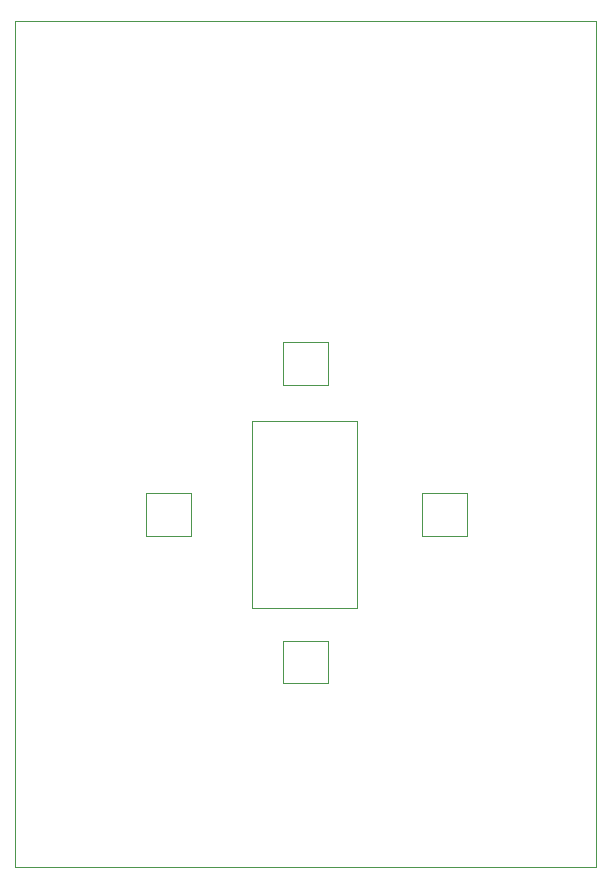
<source format=gbr>
%TF.GenerationSoftware,KiCad,Pcbnew,9.0.4*%
%TF.CreationDate,2025-11-20T14:14:08-06:00*%
%TF.ProjectId,Ballmouse,42616c6c-6d6f-4757-9365-2e6b69636164,rev?*%
%TF.SameCoordinates,Original*%
%TF.FileFunction,Profile,NP*%
%FSLAX46Y46*%
G04 Gerber Fmt 4.6, Leading zero omitted, Abs format (unit mm)*
G04 Created by KiCad (PCBNEW 9.0.4) date 2025-11-20 14:14:08*
%MOMM*%
%LPD*%
G01*
G04 APERTURE LIST*
%TA.AperFunction,Profile*%
%ADD10C,0.050000*%
%TD*%
%TA.AperFunction,Profile*%
%ADD11C,0.120000*%
%TD*%
%TA.AperFunction,Profile*%
%ADD12C,0.010000*%
%TD*%
G04 APERTURE END LIST*
D10*
X114600000Y-53800000D02*
X163800000Y-53800000D01*
X163800000Y-125400000D01*
X114600000Y-125400000D01*
X114600000Y-53800000D01*
%TO.C,D6*%
D11*
X149100000Y-97400000D02*
X152900000Y-97400000D01*
X152900000Y-93800000D01*
X149100000Y-93800000D01*
X149100000Y-97400000D01*
%TO.C,D5*%
X141085503Y-106285312D02*
X137285503Y-106285312D01*
X137285503Y-109885312D01*
X141085503Y-109885312D01*
X141085503Y-106285312D01*
%TO.C,D4*%
X125700000Y-97400000D02*
X129500000Y-97400000D01*
X129500000Y-93800000D01*
X125700000Y-93800000D01*
X125700000Y-97400000D01*
%TO.C,D3*%
X137300000Y-84600000D02*
X141100000Y-84600000D01*
X141100000Y-81000000D01*
X137300000Y-81000000D01*
X137300000Y-84600000D01*
D12*
%TO.C,U1*%
X143595000Y-87662500D02*
X134705000Y-87662500D01*
X134705000Y-87662500D02*
X134705000Y-103537500D01*
X134705000Y-103537500D02*
X143595000Y-103537500D01*
X143595000Y-103537500D02*
X143595000Y-87662500D01*
%TD*%
M02*

</source>
